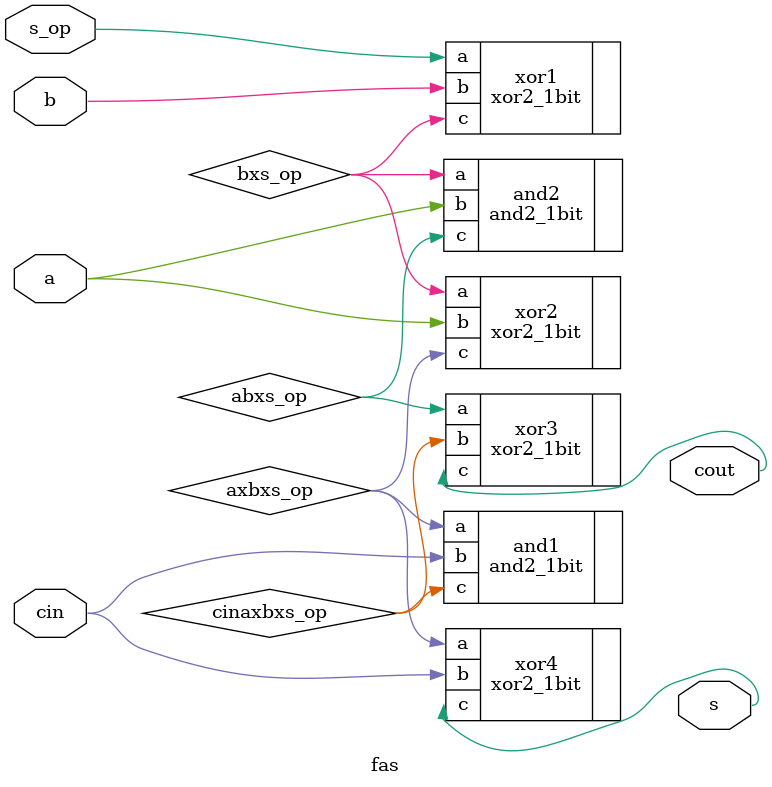
<source format=v>
module fas(s, cout, a, b, cin, s_op);
  input a, b, cin, s_op;
  wire bxs_op, axbxs_op, cinaxbxs_op, abxs_op;
  output cout, s;
  parameter Tpd = 1;
    xor2_1bit xor1(.c(bxs_op), .b(b), .a(s_op));
    xor2_1bit xor2(.c(axbxs_op), .b(a), .a(bxs_op));
    and2_1bit and1(.c(cinaxbxs_op), .b(cin), .a(axbxs_op));
    and2_1bit and2(.c(abxs_op), .b(a), .a(bxs_op));
    xor2_1bit xor3(.c(cout), .b(cinaxbxs_op), .a(abxs_op));
    xor2_1bit xor4(.c(s), .b(cin), .a(axbxs_op));
endmodule
</source>
